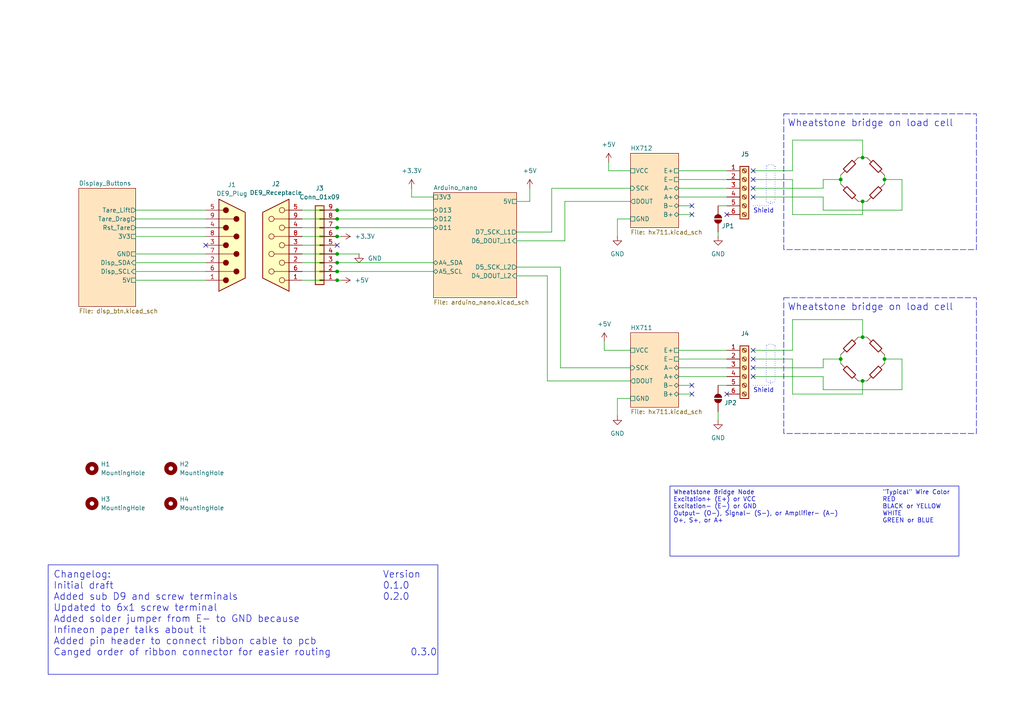
<source format=kicad_sch>
(kicad_sch (version 20231120) (generator "eeschema") (generator_version "8.0")
  (paper "A4")
  (title_block (title "Schematic for wind tunnel measurement system") (rev "0.3.0") (company "Reykjavik University") (comment 1 "Matthias Reiser"))
  (lib_symbols
    (symbol "Connector:DE9_Plug" (pin_names (offset 1.016) hide)
      (property "Reference" "J" (at 0 13.97 0))
      (property "Value" "DE9_Plug" (at 0 -14.605 0))
      (symbol "DE9_Plug_0_1"
        (circle (center -1.778 -10.16) (radius 0.762) (fill (type outline)))
        (circle (center -1.778 -5.08) (radius 0.762) (fill (type outline)))
        (circle (center -1.778 0) (radius 0.762) (fill (type outline)))
        (circle (center -1.778 5.08) (radius 0.762) (fill (type outline)))
        (circle (center -1.778 10.16) (radius 0.762) (fill (type outline)))
        (polyline (pts (xy -3.81 -10.16) (xy -2.54 -10.16)))
        (polyline (pts (xy -3.81 -7.62) (xy 0.508 -7.62)))
        (polyline (pts (xy -3.81 -5.08) (xy -2.54 -5.08)))
        (polyline (pts (xy -3.81 -2.54) (xy 0.508 -2.54)))
        (polyline (pts (xy -3.81 0) (xy -2.54 0)))
        (polyline (pts (xy -3.81 2.54) (xy 0.508 2.54)))
        (polyline (pts (xy -3.81 5.08) (xy -2.54 5.08)))
        (polyline (pts (xy -3.81 7.62) (xy 0.508 7.62)))
        (polyline (pts (xy -3.81 10.16) (xy -2.54 10.16)))
        (polyline (pts (xy -3.81 -13.335) (xy -3.81 13.335) (xy 3.81 9.525) (xy 3.81 -9.525) (xy -3.81 -13.335)) (stroke (width 0.254)) (fill (type background)))
        (circle (center 1.27 -7.62) (radius 0.762) (fill (type outline)))
        (circle (center 1.27 -2.54) (radius 0.762) (fill (type outline)))
        (circle (center 1.27 2.54) (radius 0.762) (fill (type outline)))
        (circle (center 1.27 7.62) (radius 0.762) (fill (type outline)))
      )
      (symbol "DE9_Plug_1_1"
        (pin passive line (at -7.62 -10.16 0) (length 3.81) (name "1") (number "1"))
        (pin passive line (at -7.62 -5.08 0) (length 3.81) (name "2") (number "2"))
        (pin passive line (at -7.62 0 0) (length 3.81) (name "3") (number "3"))
        (pin passive line (at -7.62 5.08 0) (length 3.81) (name "4") (number "4"))
        (pin passive line (at -7.62 10.16 0) (length 3.81) (name "5") (number "5"))
        (pin passive line (at -7.62 -7.62 0) (length 3.81) (name "6") (number "6"))
        (pin passive line (at -7.62 -2.54 0) (length 3.81) (name "7") (number "7"))
        (pin passive line (at -7.62 2.54 0) (length 3.81) (name "8") (number "8"))
        (pin passive line (at -7.62 7.62 0) (length 3.81) (name "9") (number "9"))
      )
    )
    (symbol "Connector:DE9_Receptacle" (pin_names (offset 1.016) hide)
      (property "Reference" "J" (at 0 13.97 0))
      (property "Value" "DE9_Receptacle" (at 0 -14.605 0))
      (symbol "DE9_Receptacle_0_1"
        (circle (center -1.778 -10.16) (radius 0.762))
        (circle (center -1.778 -5.08) (radius 0.762))
        (circle (center -1.778 0) (radius 0.762))
        (circle (center -1.778 5.08) (radius 0.762))
        (circle (center -1.778 10.16) (radius 0.762))
        (polyline (pts (xy -3.81 -10.16) (xy -2.54 -10.16)))
        (polyline (pts (xy -3.81 -7.62) (xy 0.508 -7.62)))
        (polyline (pts (xy -3.81 -5.08) (xy -2.54 -5.08)))
        (polyline (pts (xy -3.81 -2.54) (xy 0.508 -2.54)))
        (polyline (pts (xy -3.81 0) (xy -2.54 0)))
        (polyline (pts (xy -3.81 2.54) (xy 0.508 2.54)))
        (polyline (pts (xy -3.81 5.08) (xy -2.54 5.08)))
        (polyline (pts (xy -3.81 7.62) (xy 0.508 7.62)))
        (polyline (pts (xy -3.81 10.16) (xy -2.54 10.16)))
        (polyline (pts (xy -3.81 13.335) (xy -3.81 -13.335) (xy 3.81 -9.525) (xy 3.81 9.525) (xy -3.81 13.335)) (stroke (width 0.254)) (fill (type background)))
        (circle (center 1.27 -7.62) (radius 0.762))
        (circle (center 1.27 -2.54) (radius 0.762))
        (circle (center 1.27 2.54) (radius 0.762))
        (circle (center 1.27 7.62) (radius 0.762))
      )
      (symbol "DE9_Receptacle_1_1"
        (pin passive line (at -7.62 10.16 0) (length 3.81) (name "1") (number "1"))
        (pin passive line (at -7.62 5.08 0) (length 3.81) (name "2") (number "2"))
        (pin passive line (at -7.62 0 0) (length 3.81) (name "3") (number "3"))
        (pin passive line (at -7.62 -5.08 0) (length 3.81) (name "4") (number "4"))
        (pin passive line (at -7.62 -10.16 0) (length 3.81) (name "5") (number "5"))
        (pin passive line (at -7.62 7.62 0) (length 3.81) (name "6") (number "6"))
        (pin passive line (at -7.62 2.54 0) (length 3.81) (name "7") (number "7"))
        (pin passive line (at -7.62 -2.54 0) (length 3.81) (name "8") (number "8"))
        (pin passive line (at -7.62 -7.62 0) (length 3.81) (name "9") (number "9"))
      )
    )
    (symbol "Connector:Screw_Terminal_01x06" (pin_names (offset 1.016) hide)
      (property "Reference" "J" (at 0 7.62 0))
      (property "Value" "Screw_Terminal_01x06" (at 0 -10.16 0))
      (symbol "Screw_Terminal_01x06_1_1"
        (rectangle (start -1.27 6.35) (end 1.27 -8.89) (stroke (width 0.254)) (fill (type background)))
        (circle (center 0 -7.62) (radius 0.635) (stroke (width 0.1524)))
        (circle (center 0 -5.08) (radius 0.635) (stroke (width 0.1524)))
        (circle (center 0 -2.54) (radius 0.635) (stroke (width 0.1524)))
        (polyline (pts (xy -0.5334 -7.2898) (xy 0.3302 -8.128)) (stroke (width 0.1524)))
        (polyline (pts (xy -0.5334 -4.7498) (xy 0.3302 -5.588)) (stroke (width 0.1524)))
        (polyline (pts (xy -0.5334 -2.2098) (xy 0.3302 -3.048)) (stroke (width 0.1524)))
        (polyline (pts (xy -0.5334 0.3302) (xy 0.3302 -0.508)) (stroke (width 0.1524)))
        (polyline (pts (xy -0.5334 2.8702) (xy 0.3302 2.032)) (stroke (width 0.1524)))
        (polyline (pts (xy -0.5334 5.4102) (xy 0.3302 4.572)) (stroke (width 0.1524)))
        (polyline (pts (xy -0.3556 -7.112) (xy 0.508 -7.9502)) (stroke (width 0.1524)))
        (polyline (pts (xy -0.3556 -4.572) (xy 0.508 -5.4102)) (stroke (width 0.1524)))
        (polyline (pts (xy -0.3556 -2.032) (xy 0.508 -2.8702)) (stroke (width 0.1524)))
        (polyline (pts (xy -0.3556 0.508) (xy 0.508 -0.3302)) (stroke (width 0.1524)))
        (polyline (pts (xy -0.3556 3.048) (xy 0.508 2.2098)) (stroke (width 0.1524)))
        (polyline (pts (xy -0.3556 5.588) (xy 0.508 4.7498)) (stroke (width 0.1524)))
        (circle (center 0 0) (radius 0.635) (stroke (width 0.1524)))
        (circle (center 0 2.54) (radius 0.635) (stroke (width 0.1524)))
        (circle (center 0 5.08) (radius 0.635) (stroke (width 0.1524)))
        (pin passive line (at -5.08 5.08 0) (length 3.81) (name "Pin_1") (number "1"))
        (pin passive line (at -5.08 2.54 0) (length 3.81) (name "Pin_2") (number "2"))
        (pin passive line (at -5.08 0 0) (length 3.81) (name "Pin_3") (number "3"))
        (pin passive line (at -5.08 -2.54 0) (length 3.81) (name "Pin_4") (number "4"))
        (pin passive line (at -5.08 -5.08 0) (length 3.81) (name "Pin_5") (number "5"))
        (pin passive line (at -5.08 -7.62 0) (length 3.81) (name "Pin_6") (number "6"))
      )
    )
    (symbol "Connector_Generic:Conn_01x09" (pin_names (offset 1.016) hide)
      (property "Reference" "J" (at 0 12.7 0))
      (property "Value" "Conn_01x09" (at 0 -12.7 0))
      (symbol "Conn_01x09_1_1"
        (rectangle (start -1.27 -10.033) (end 0 -10.287) (stroke (width 0.1524)))
        (rectangle (start -1.27 -7.493) (end 0 -7.747) (stroke (width 0.1524)))
        (rectangle (start -1.27 -4.953) (end 0 -5.207) (stroke (width 0.1524)))
        (rectangle (start -1.27 -2.413) (end 0 -2.667) (stroke (width 0.1524)))
        (rectangle (start -1.27 0.127) (end 0 -0.127) (stroke (width 0.1524)))
        (rectangle (start -1.27 2.667) (end 0 2.413) (stroke (width 0.1524)))
        (rectangle (start -1.27 5.207) (end 0 4.953) (stroke (width 0.1524)))
        (rectangle (start -1.27 7.747) (end 0 7.493) (stroke (width 0.1524)))
        (rectangle (start -1.27 10.287) (end 0 10.033) (stroke (width 0.1524)))
        (rectangle (start -1.27 11.43) (end 1.27 -11.43) (stroke (width 0.254)) (fill (type background)))
        (pin passive line (at -5.08 10.16 0) (length 3.81) (name "Pin_1") (number "1"))
        (pin passive line (at -5.08 7.62 0) (length 3.81) (name "Pin_2") (number "2"))
        (pin passive line (at -5.08 5.08 0) (length 3.81) (name "Pin_3") (number "3"))
        (pin passive line (at -5.08 2.54 0) (length 3.81) (name "Pin_4") (number "4"))
        (pin passive line (at -5.08 0 0) (length 3.81) (name "Pin_5") (number "5"))
        (pin passive line (at -5.08 -2.54 0) (length 3.81) (name "Pin_6") (number "6"))
        (pin passive line (at -5.08 -5.08 0) (length 3.81) (name "Pin_7") (number "7"))
        (pin passive line (at -5.08 -7.62 0) (length 3.81) (name "Pin_8") (number "8"))
        (pin passive line (at -5.08 -10.16 0) (length 3.81) (name "Pin_9") (number "9"))
      )
    )
    (symbol "Device:R_45deg" (pin_numbers hide) (pin_names (offset 0))
      (property "Reference" "R" (at 5.08 2.54 0))
      (property "Value" "R_45deg" (at 8.255 0.635 0))
      (symbol "R_45deg_0_1"
        (polyline (pts (xy -2.54 2.54) (xy -1.27 1.27)))
        (polyline (pts (xy 1.27 -1.27) (xy 2.54 -2.54)))
      )
      (symbol "R_45deg_1_1"
        (polyline (pts (xy -1.778 0.762) (xy 0.762 -1.778) (xy 1.778 -0.762) (xy -0.762 1.778) (xy -1.778 0.762)) (stroke (width 0.254)))
        (pin passive line (at -2.54 2.54 0) (length 0) (name "~") (number "1"))
        (pin passive line (at 2.54 -2.54 180) (length 0) (name "~") (number "2"))
      )
    )
    (symbol "Jumper:SolderJumper_2_Open" (pin_numbers hide) (pin_names (offset 0) hide) (exclude_from_sim yes) (in_bom no)
      (property "Reference" "JP" (at 0 2.032 0))
      (property "Value" "SolderJumper_2_Open" (at 0 -2.54 0))
      (symbol "SolderJumper_2_Open_0_1"
        (arc (start -0.254 1.016) (mid -1.2656 0) (end -0.254 -1.016))
        (arc (start -0.254 1.016) (mid -1.2656 0) (end -0.254 -1.016) (fill (type outline)))
        (polyline (pts (xy -0.254 1.016) (xy -0.254 -1.016)))
        (polyline (pts (xy 0.254 1.016) (xy 0.254 -1.016)))
        (arc (start 0.254 -1.016) (mid 1.2656 0) (end 0.254 1.016))
        (arc (start 0.254 -1.016) (mid 1.2656 0) (end 0.254 1.016) (fill (type outline)))
      )
      (symbol "SolderJumper_2_Open_1_1"
        (pin passive line (at -3.81 0 0) (length 2.54) (name "A") (number "1"))
        (pin passive line (at 3.81 0 180) (length 2.54) (name "B") (number "2"))
      )
    )
    (symbol "Mechanical:MountingHole" (pin_names (offset 1.016)) (exclude_from_sim yes) (in_bom no)
      (property "Reference" "H" (at 0 5.08 0))
      (property "Value" "MountingHole" (at 0 3.175 0))
      (symbol "MountingHole_0_1"
        (circle (center 0 0) (radius 1.27) (stroke (width 1.27)))
      )
    )
    (symbol "power:+3.3V" (power) (pin_numbers hide) (pin_names (offset 0) hide)
      (property "Value" "+3.3V" (at 0 3.556 0))
      (symbol "+3.3V_0_1"
        (polyline (pts (xy -0.762 1.27) (xy 0 2.54)))
        (polyline (pts (xy 0 0) (xy 0 2.54)))
        (polyline (pts (xy 0 2.54) (xy 0.762 1.27)))
      )
      (symbol "+3.3V_1_1"
        (pin power_in line (at 0 0 90) (length 0) (name "~") (number "1"))
      )
    )
    (symbol "power:+5V" (power) (pin_numbers hide) (pin_names (offset 0) hide)
      (property "Value" "+5V" (at 0 3.556 0))
      (symbol "+5V_0_1"
        (polyline (pts (xy -0.762 1.27) (xy 0 2.54)))
        (polyline (pts (xy 0 0) (xy 0 2.54)))
        (polyline (pts (xy 0 2.54) (xy 0.762 1.27)))
      )
      (symbol "+5V_1_1"
        (pin power_in line (at 0 0 90) (length 0) (name "~") (number "1"))
      )
    )
    (symbol "power:GND" (power) (pin_numbers hide) (pin_names (offset 0) hide)
      (property "Value" "GND" (at 0 -3.81 0))
      (symbol "GND_0_1"
        (polyline (pts (xy 0 0) (xy 0 -1.27) (xy 1.27 -1.27) (xy 0 -2.54) (xy -1.27 -1.27) (xy 0 -1.27)))
      )
      (symbol "GND_1_1"
        (pin power_in line (at 0 0 270) (length 0) (name "~") (number "1"))
      )
    )
  )
  (junction (at 250.19 58.42))
  (junction (at 256.54 104.14))
  (junction (at 97.79 66.04))
  (junction (at 97.79 76.2))
  (junction (at 250.19 97.79))
  (junction (at 250.19 110.49))
  (junction (at 97.79 68.58))
  (junction (at 97.79 78.74))
  (junction (at 250.19 45.72))
  (junction (at 97.79 73.66))
  (junction (at 97.79 63.5))
  (junction (at 97.79 60.96))
  (junction (at 243.84 104.14))
  (junction (at 97.79 81.28))
  (junction (at 256.54 52.07))
  (junction (at 243.84 52.07))
  (no_connect (at 210.82 62.23))
  (no_connect (at 210.82 114.3))
  (no_connect (at 200.66 114.3))
  (no_connect (at 218.44 57.15))
  (no_connect (at 200.66 59.69))
  (no_connect (at 200.66 111.76))
  (no_connect (at 218.44 101.6))
  (no_connect (at 218.44 52.07))
  (no_connect (at 97.79 71.12))
  (no_connect (at 218.44 104.14))
  (no_connect (at 59.69 71.12))
  (no_connect (at 200.66 62.23))
  (no_connect (at 218.44 106.68))
  (no_connect (at 218.44 109.22))
  (no_connect (at 218.44 49.53))
  (no_connect (at 218.44 54.61))
  (wire (pts (xy 250.19 40.64) (xy 250.19 45.72)))
  (wire (pts (xy 158.75 110.49) (xy 158.75 80.01)))
  (wire (pts (xy 229.87 40.64) (xy 250.19 40.64)))
  (wire (pts (xy 176.53 49.53) (xy 182.88 49.53)))
  (wire (pts (xy 182.88 63.5) (xy 179.07 63.5)))
  (wire (pts (xy 256.54 104.14) (xy 256.54 105.41)))
  (wire (pts (xy 153.67 54.61) (xy 153.67 58.42)))
  (wire (pts (xy 243.84 52.07) (xy 243.84 53.34)))
  (wire (pts (xy 229.87 92.71) (xy 250.19 92.71)))
  (wire (pts (xy 196.85 114.3) (xy 200.66 114.3)))
  (wire (pts (xy 248.92 45.72) (xy 250.19 45.72)))
  (wire (pts (xy 229.87 101.6) (xy 229.87 92.71)))
  (wire (pts (xy 261.62 52.07) (xy 256.54 52.07)))
  (wire (pts (xy 250.19 110.49) (xy 251.46 110.49)))
  (wire (pts (xy 97.79 68.58) (xy 99.06 68.58)))
  (wire (pts (xy 238.76 57.15) (xy 238.76 60.96)))
  (wire (pts (xy 196.85 49.53) (xy 210.82 49.53)))
  (wire (pts (xy 229.87 104.14) (xy 229.87 114.3)))
  (wire (pts (xy 160.02 67.31) (xy 149.86 67.31)))
  (wire (pts (xy 163.83 69.85) (xy 163.83 58.42)))
  (wire (pts (xy 97.79 78.74) (xy 125.73 78.74)))
  (wire (pts (xy 39.37 81.28) (xy 59.69 81.28)))
  (wire (pts (xy 39.37 63.5) (xy 59.69 63.5)))
  (wire (pts (xy 179.07 63.5) (xy 179.07 68.58)))
  (wire (pts (xy 158.75 80.01) (xy 149.86 80.01)))
  (wire (pts (xy 243.84 50.8) (xy 243.84 52.07)))
  (wire (pts (xy 229.87 114.3) (xy 250.19 114.3)))
  (wire (pts (xy 196.85 52.07) (xy 210.82 52.07)))
  (polyline (pts (xy 222.25 100.33) (xy 222.25 110.49)) (stroke (width 0) (type dot)))
  (wire (pts (xy 243.84 102.87) (xy 243.84 104.14)))
  (wire (pts (xy 218.44 52.07) (xy 229.87 52.07)))
  (polyline (pts (xy 218.44 59.69) (xy 223.52 59.69)) (stroke (width 0) (type dot)))
  (wire (pts (xy 256.54 50.8) (xy 256.54 52.07)))
  (wire (pts (xy 261.62 104.14) (xy 256.54 104.14)))
  (wire (pts (xy 87.63 81.28) (xy 97.79 81.28)))
  (wire (pts (xy 238.76 113.03) (xy 261.62 113.03)))
  (wire (pts (xy 97.79 73.66) (xy 104.14 73.66)))
  (wire (pts (xy 149.86 77.47) (xy 162.56 77.47)))
  (wire (pts (xy 250.19 114.3) (xy 250.19 110.49)))
  (wire (pts (xy 196.85 104.14) (xy 210.82 104.14)))
  (wire (pts (xy 256.54 102.87) (xy 256.54 104.14)))
  (wire (pts (xy 218.44 104.14) (xy 229.87 104.14)))
  (wire (pts (xy 97.79 63.5) (xy 125.73 63.5)))
  (wire (pts (xy 39.37 68.58) (xy 59.69 68.58)))
  (wire (pts (xy 163.83 58.42) (xy 182.88 58.42)))
  (wire (pts (xy 176.53 46.99) (xy 176.53 49.53)))
  (wire (pts (xy 39.37 78.74) (xy 59.69 78.74)))
  (wire (pts (xy 87.63 71.12) (xy 97.79 71.12)))
  (wire (pts (xy 196.85 62.23) (xy 200.66 62.23)))
  (wire (pts (xy 119.38 54.61) (xy 119.38 57.15)))
  (wire (pts (xy 39.37 73.66) (xy 59.69 73.66)))
  (wire (pts (xy 248.92 110.49) (xy 250.19 110.49)))
  (wire (pts (xy 87.63 63.5) (xy 97.79 63.5)))
  (wire (pts (xy 87.63 66.04) (xy 97.79 66.04)))
  (wire (pts (xy 218.44 106.68) (xy 238.76 106.68)))
  (wire (pts (xy 243.84 104.14) (xy 243.84 105.41)))
  (wire (pts (xy 87.63 73.66) (xy 97.79 73.66)))
  (wire (pts (xy 208.28 119.38) (xy 208.28 121.92)))
  (wire (pts (xy 175.26 101.6) (xy 182.88 101.6)))
  (wire (pts (xy 250.19 97.79) (xy 251.46 97.79)))
  (wire (pts (xy 158.75 110.49) (xy 182.88 110.49)))
  (wire (pts (xy 238.76 109.22) (xy 238.76 113.03)))
  (wire (pts (xy 119.38 57.15) (xy 125.73 57.15)))
  (wire (pts (xy 238.76 106.68) (xy 238.76 104.14)))
  (polyline (pts (xy 218.44 111.76) (xy 223.52 111.76)) (stroke (width 0) (type dot)))
  (polyline (pts (xy 223.52 110.49) (xy 223.52 111.76)) (stroke (width 0) (type dot)))
  (polyline (pts (xy 222.25 48.26) (xy 222.25 58.42)) (stroke (width 0) (type dot)))
  (wire (pts (xy 97.79 76.2) (xy 125.73 76.2)))
  (wire (pts (xy 229.87 49.53) (xy 229.87 40.64)))
  (wire (pts (xy 182.88 115.57) (xy 179.07 115.57)))
  (wire (pts (xy 196.85 57.15) (xy 210.82 57.15)))
  (wire (pts (xy 39.37 60.96) (xy 59.69 60.96)))
  (wire (pts (xy 238.76 104.14) (xy 243.84 104.14)))
  (wire (pts (xy 153.67 58.42) (xy 149.86 58.42)))
  (wire (pts (xy 196.85 54.61) (xy 210.82 54.61)))
  (polyline (pts (xy 224.79 48.26) (xy 224.79 58.42)) (stroke (width 0) (type dot)))
  (wire (pts (xy 87.63 68.58) (xy 97.79 68.58)))
  (wire (pts (xy 196.85 111.76) (xy 200.66 111.76)))
  (wire (pts (xy 229.87 62.23) (xy 250.19 62.23)))
  (wire (pts (xy 218.44 101.6) (xy 229.87 101.6)))
  (wire (pts (xy 238.76 54.61) (xy 238.76 52.07)))
  (wire (pts (xy 250.19 58.42) (xy 251.46 58.42)))
  (wire (pts (xy 196.85 106.68) (xy 210.82 106.68)))
  (wire (pts (xy 99.06 81.28) (xy 97.79 81.28)))
  (wire (pts (xy 175.26 99.06) (xy 175.26 101.6)))
  (wire (pts (xy 160.02 54.61) (xy 160.02 67.31)))
  (wire (pts (xy 87.63 78.74) (xy 97.79 78.74)))
  (wire (pts (xy 261.62 104.14) (xy 261.62 113.03)))
  (wire (pts (xy 238.76 60.96) (xy 261.62 60.96)))
  (wire (pts (xy 179.07 115.57) (xy 179.07 120.65)))
  (wire (pts (xy 261.62 52.07) (xy 261.62 60.96)))
  (wire (pts (xy 208.28 111.76) (xy 210.82 111.76)))
  (wire (pts (xy 160.02 54.61) (xy 182.88 54.61)))
  (wire (pts (xy 218.44 109.22) (xy 238.76 109.22)))
  (wire (pts (xy 162.56 106.68) (xy 182.88 106.68)))
  (wire (pts (xy 218.44 49.53) (xy 229.87 49.53)))
  (wire (pts (xy 218.44 57.15) (xy 238.76 57.15)))
  (wire (pts (xy 97.79 66.04) (xy 125.73 66.04)))
  (wire (pts (xy 238.76 52.07) (xy 243.84 52.07)))
  (wire (pts (xy 248.92 58.42) (xy 250.19 58.42)))
  (wire (pts (xy 87.63 76.2) (xy 97.79 76.2)))
  (wire (pts (xy 196.85 101.6) (xy 210.82 101.6)))
  (wire (pts (xy 196.85 109.22) (xy 210.82 109.22)))
  (wire (pts (xy 39.37 66.04) (xy 59.69 66.04)))
  (wire (pts (xy 256.54 52.07) (xy 256.54 53.34)))
  (wire (pts (xy 87.63 60.96) (xy 97.79 60.96)))
  (wire (pts (xy 250.19 62.23) (xy 250.19 58.42)))
  (wire (pts (xy 97.79 60.96) (xy 125.73 60.96)))
  (wire (pts (xy 208.28 67.31) (xy 208.28 68.58)))
  (wire (pts (xy 250.19 45.72) (xy 251.46 45.72)))
  (wire (pts (xy 162.56 77.47) (xy 162.56 106.68)))
  (wire (pts (xy 218.44 54.61) (xy 238.76 54.61)))
  (wire (pts (xy 250.19 92.71) (xy 250.19 97.79)))
  (wire (pts (xy 39.37 76.2) (xy 59.69 76.2)))
  (wire (pts (xy 248.92 97.79) (xy 250.19 97.79)))
  (wire (pts (xy 229.87 52.07) (xy 229.87 62.23)))
  (wire (pts (xy 196.85 59.69) (xy 200.66 59.69)))
  (polyline (pts (xy 224.79 100.33) (xy 224.79 110.49)) (stroke (width 0) (type dot)))
  (wire (pts (xy 208.28 59.69) (xy 210.82 59.69)))
  (wire (pts (xy 149.86 69.85) (xy 163.83 69.85)))
  (polyline (pts (xy 223.52 58.42) (xy 223.52 59.69)) (stroke (width 0) (type dot)))
  (arc (start 222.25 48.26) (mid 223.52 47.7339) (end 224.79 48.26) (stroke (width 0) (type dot)))
  (rectangle (start 227.33 86.36) (end 283.21 125.73) (stroke (width 0) (type dash)))
  (arc (start 224.79 110.49) (mid 223.52 111.0161) (end 222.25 110.49) (stroke (width 0) (type dot)))
  (arc (start 222.25 100.33) (mid 223.52 99.8039) (end 224.79 100.33) (stroke (width 0) (type dot)))
  (arc (start 224.79 58.42) (mid 223.52 58.9461) (end 222.25 58.42) (stroke (width 0) (type dot)))
  (rectangle (start 227.33 33.02) (end 283.21 72.39) (stroke (width 0) (type dash)))
  (text_box "Wheatstone Bridge Node							\"Typical\" Wire Color\nExcitation+ (E+) or VCC							RED\nExcitation- (E-) or GND							BLACK or YELLOW\nOutput- (O-), Signal- (S-), or Amplifier- (A-)	WHITE\nO+, S+, or A+									GREEN or BLUE " (at 194.31 140.97 0) (size 83.82 20.32) (effects (font (size 1.27 1.27)) (justify left top)))
  (text_box "Changelog:										Version\nInitial draft									0.1.0\nAdded sub D9 and screw terminals				0.2.0\nUpdated to 6x1 screw terminal\nAdded solder jumper from E- to GND because \nInfineon paper talks about it\nAdded pin header to connect ribbon cable to pcb \nCanged order of ribbon connector for easier routing	0.3.0" (at 13.97 163.83 0) (size 113.03 31.75) (effects (font (size 2 2)) (justify left top)))
  (text "Shield" (at 221.488 113.284 0) (effects (font (size 1.27 1.27))))
  (text "Wheatstone bridge on load cell" (at 252.476 89.154 0) (effects (font (size 2 2))))
  (text "Shield" (at 221.488 61.214 0) (effects (font (size 1.27 1.27))))
  (text "Wheatstone bridge on load cell" (at 252.476 35.814 0) (effects (font (size 2 2))))
  (symbol (lib_id "Connector:Screw_Terminal_01x06") (at 215.9 54.61 0) (unit 1)
    (property "Reference" "J5" (at 214.884 44.704 0) (effects (justify left)))
    (property "Value" "Screw_Terminal_01x06" (effects (hide yes)))
    (property "Footprint" "TerminalBlock_Phoenix:TerminalBlock_Phoenix_MKDS-1,5-6_1x06_P5.00mm_Horizontal" (effects (hide yes)))
    (property "Description" "Generic screw terminal, single row, 01x06, script generated (kicad-library-utils/schlib/autogen/connector/)" (effects (hide yes)))
  )
  (symbol (lib_id "Device:R_45deg") (at 246.38 107.95 0) (unit 1) (in_bom no) (on_board no)
    (property "Reference" "R3" (effects (hide yes)))
    (property "Value" "R_45deg" (effects (hide yes)))
    (property "Description" "Resistor, rotated by 45°" (effects (hide yes)))
  )
  (symbol (lib_id "Device:R_45deg") (at 254 100.33 0) (unit 1) (in_bom no) (on_board no)
    (property "Reference" "R2" (effects (hide yes)))
    (property "Value" "R_45deg" (effects (hide yes)))
    (property "Description" "Resistor, rotated by 45°" (effects (hide yes)))
  )
  (symbol (lib_id "Jumper:SolderJumper_2_Open") (at 208.28 115.57 90) (unit 1) (exclude_from_sim yes) (in_bom no)
    (property "Reference" "JP2" (at 210.058 116.84 90) (effects (justify right)))
    (property "Value" "SolderJumper_2_Open" (effects (hide yes)))
    (property "Footprint" "Jumper:SolderJumper-2_P1.3mm_Open_TrianglePad1.0x1.5mm" (effects (hide yes)))
    (property "Description" "Solder Jumper, 2-pole, open" (effects (hide yes)))
  )
  (symbol (lib_id "power:+5V") (at 153.67 54.61 0) (unit 1)
    (property "Reference" "#PWR04" (effects (hide yes)))
    (property "Value" "+5V" (at 153.67 49.53 0))
    (property "Description" "Power symbol creates a global label with name \"+5V\"" (effects (hide yes)))
  )
  (symbol (lib_id "Device:R_45deg") (at 254 48.26 0) (unit 1) (in_bom no) (on_board no)
    (property "Reference" "R7" (effects (hide yes)))
    (property "Value" "R_45deg" (effects (hide yes)))
    (property "Description" "Resistor, rotated by 45°" (effects (hide yes)))
  )
  (symbol (lib_id "power:+5V") (at 176.53 46.99 0) (unit 1)
    (property "Reference" "#PWR06" (effects (hide yes)))
    (property "Value" "+5V" (at 176.53 41.91 0))
    (property "Description" "Power symbol creates a global label with name \"+5V\"" (effects (hide yes)))
  )
  (symbol (lib_id "power:GND") (at 208.28 121.92 0) (unit 1)
    (property "Reference" "#PWR012" (effects (hide yes)))
    (property "Value" "GND" (at 208.28 127 0))
    (property "Description" "Power symbol creates a global label with name \"GND\" , ground" (effects (hide yes)))
  )
  (symbol (lib_id "Mechanical:MountingHole") (at 49.53 135.89 0) (unit 1) (exclude_from_sim yes) (in_bom no)
    (property "Reference" "H2" (at 52.07 134.6199 0) (effects (justify left)))
    (property "Value" "MountingHole" (at 52.07 137.1599 0) (effects (justify left)))
    (property "Footprint" "MountingHole:MountingHole_4.3mm_M4" (effects (hide yes)))
    (property "Description" "Mounting Hole without connection" (effects (hide yes)))
  )
  (symbol (lib_id "power:GND") (at 208.28 68.58 0) (unit 1)
    (property "Reference" "#PWR011" (effects (hide yes)))
    (property "Value" "GND" (at 208.28 73.66 0))
    (property "Description" "Power symbol creates a global label with name \"GND\" , ground" (effects (hide yes)))
  )
  (symbol (lib_id "power:+5V") (at 99.06 81.28 270) (unit 1)
    (property "Reference" "#PWR09" (effects (hide yes)))
    (property "Value" "+5V" (at 102.87 81.2799 90) (effects (justify left)))
    (property "Description" "Power symbol creates a global label with name \"+5V\"" (effects (hide yes)))
  )
  (symbol (lib_id "Device:R_45deg") (at 254 55.88 270) (unit 1) (in_bom no) (on_board no)
    (property "Reference" "R8" (effects (hide yes)))
    (property "Value" "R_45deg" (effects (hide yes)))
    (property "Description" "Resistor, rotated by 45°" (effects (hide yes)))
  )
  (symbol (lib_id "Device:R_45deg") (at 246.38 48.26 270) (unit 1) (in_bom no) (on_board no)
    (property "Reference" "R5" (effects (hide yes)))
    (property "Value" "R_45deg" (effects (hide yes)))
    (property "Description" "Resistor, rotated by 45°" (effects (hide yes)))
  )
  (symbol (lib_id "Connector:DE9_Plug") (at 67.31 71.12 0) (unit 1) (on_board no)
    (property "Reference" "J1" (at 66.04 53.594 0) (effects (justify left)))
    (property "Value" "DE9_Plug" (at 62.738 56.134 0) (effects (justify left)))
    (property "Description" "9-pin male plug pin D-SUB connector" (effects (hide yes)))
  )
  (symbol (lib_id "Device:R_45deg") (at 246.38 100.33 270) (unit 1) (in_bom no) (on_board no)
    (property "Reference" "R1" (effects (hide yes)))
    (property "Value" "R_45deg" (effects (hide yes)))
    (property "Description" "Resistor, rotated by 45°" (effects (hide yes)))
  )
  (symbol (lib_id "Device:R_45deg") (at 246.38 55.88 0) (unit 1) (in_bom no) (on_board no)
    (property "Reference" "R6" (effects (hide yes)))
    (property "Value" "R_45deg" (effects (hide yes)))
    (property "Description" "Resistor, rotated by 45°" (effects (hide yes)))
  )
  (symbol (lib_id "Mechanical:MountingHole") (at 26.67 135.89 0) (unit 1) (exclude_from_sim yes) (in_bom no)
    (property "Reference" "H1" (at 29.21 134.6199 0) (effects (justify left)))
    (property "Value" "MountingHole" (at 29.21 137.1599 0) (effects (justify left)))
    (property "Footprint" "MountingHole:MountingHole_4.3mm_M4" (effects (hide yes)))
    (property "Description" "Mounting Hole without connection" (effects (hide yes)))
  )
  (symbol (lib_id "Connector:Screw_Terminal_01x06") (at 215.9 106.68 0) (unit 1)
    (property "Reference" "J4" (at 214.884 96.774 0) (effects (justify left)))
    (property "Value" "Screw_Terminal_01x06" (effects (hide yes)))
    (property "Footprint" "TerminalBlock_Phoenix:TerminalBlock_Phoenix_MKDS-1,5-6_1x06_P5.00mm_Horizontal" (effects (hide yes)))
    (property "Description" "Generic screw terminal, single row, 01x06, script generated (kicad-library-utils/schlib/autogen/connector/)" (effects (hide yes)))
  )
  (symbol (lib_id "Device:R_45deg") (at 254 107.95 270) (unit 1) (in_bom no) (on_board no)
    (property "Reference" "R4" (effects (hide yes)))
    (property "Value" "R_45deg" (effects (hide yes)))
    (property "Description" "Resistor, rotated by 45°" (effects (hide yes)))
  )
  (symbol (lib_id "power:+3.3V") (at 119.38 54.61 0) (unit 1)
    (property "Reference" "#PWR08" (effects (hide yes)))
    (property "Value" "+3.3V" (at 119.38 49.53 0))
    (property "Description" "Power symbol creates a global label with name \"+3.3V\"" (effects (hide yes)))
  )
  (symbol (lib_id "power:GND") (at 104.14 73.66 0) (unit 1)
    (property "Reference" "#PWR010" (effects (hide yes)))
    (property "Value" "GND" (at 106.68 74.9299 0) (effects (justify left)))
    (property "Description" "Power symbol creates a global label with name \"GND\" , ground" (effects (hide yes)))
  )
  (symbol (lib_id "Connector_Generic:Conn_01x09") (at 92.71 71.12 180) (unit 1)
    (property "Reference" "J3" (at 92.71 54.61 0))
    (property "Value" "Conn_01x09" (at 92.71 57.15 0))
    (property "Footprint" "Connector_PinHeader_2.54mm:PinHeader_1x09_P2.54mm_Horizontal" (effects (hide yes)))
    (property "Description" "Generic connector, single row, 01x09, script generated (kicad-library-utils/schlib/autogen/connector/)" (effects (hide yes)))
  )
  (symbol (lib_id "Mechanical:MountingHole") (at 49.53 146.05 0) (unit 1) (exclude_from_sim yes) (in_bom no)
    (property "Reference" "H4" (at 52.07 144.7799 0) (effects (justify left)))
    (property "Value" "MountingHole" (at 52.07 147.3199 0) (effects (justify left)))
    (property "Footprint" "MountingHole:MountingHole_4.3mm_M4" (effects (hide yes)))
    (property "Description" "Mounting Hole without connection" (effects (hide yes)))
  )
  (symbol (lib_id "power:+5V") (at 175.26 99.06 0) (unit 1)
    (property "Reference" "#PWR05" (effects (hide yes)))
    (property "Value" "+5V" (at 175.26 93.98 0))
    (property "Description" "Power symbol creates a global label with name \"+5V\"" (effects (hide yes)))
  )
  (symbol (lib_id "power:GND") (at 179.07 120.65 0) (unit 1)
    (property "Reference" "#PWR03" (effects (hide yes)))
    (property "Value" "GND" (at 179.07 125.73 0))
    (property "Description" "Power symbol creates a global label with name \"GND\" , ground" (effects (hide yes)))
  )
  (symbol (lib_id "power:GND") (at 179.07 68.58 0) (unit 1)
    (property "Reference" "#PWR02" (effects (hide yes)))
    (property "Value" "GND" (at 179.07 73.66 0))
    (property "Description" "Power symbol creates a global label with name \"GND\" , ground" (effects (hide yes)))
  )
  (symbol (lib_id "power:+3.3V") (at 99.06 68.58 270) (unit 1)
    (property "Reference" "#PWR07" (effects (hide yes)))
    (property "Value" "+3.3V" (at 102.87 68.5799 90) (effects (justify left)))
    (property "Description" "Power symbol creates a global label with name \"+3.3V\"" (effects (hide yes)))
  )
  (symbol (lib_id "Mechanical:MountingHole") (at 26.67 146.05 0) (unit 1) (exclude_from_sim yes) (in_bom no)
    (property "Reference" "H3" (at 29.21 144.7799 0) (effects (justify left)))
    (property "Value" "MountingHole" (at 29.21 147.3199 0) (effects (justify left)))
    (property "Footprint" "MountingHole:MountingHole_4.3mm_M4" (effects (hide yes)))
    (property "Description" "Mounting Hole without connection" (effects (hide yes)))
  )
  (symbol (lib_id "Connector:DE9_Receptacle") (at 80.01 71.12 180) (unit 1) (on_board no)
    (property "Reference" "J2" (at 80.01 53.34 0))
    (property "Value" "DE9_Receptacle" (at 80.01 55.88 0))
    (property "Description" "9-pin female receptacle socket D-SUB connector" (effects (hide yes)))
  )
  (symbol (lib_id "Jumper:SolderJumper_2_Open") (at 208.28 63.5 90) (unit 1) (exclude_from_sim yes) (in_bom no)
    (property "Reference" "JP1" (at 209.296 65.532 90) (effects (justify right)))
    (property "Value" "SolderJumper_2_Open" (effects (hide yes)))
    (property "Footprint" "Jumper:SolderJumper-2_P1.3mm_Open_TrianglePad1.0x1.5mm" (effects (hide yes)))
    (property "Description" "Solder Jumper, 2-pole, open" (effects (hide yes)))
  )
  (sheet (at 22.86 54.61) (size 16.51 34.29) (stroke (width 0.1524)) (fill (color 255 229 191 1.0000))
    (property "Sheetname" "Display_Buttons" (at 22.86 53.8984 0) (effects (justify left bottom)))
    (property "Sheetfile" "disp_btn.kicad_sch" (at 22.86 89.4846 0) (effects (justify left top)))
    (pin "GND" passive (at 39.37 73.66 0))
    (pin "Rst_Tare" output (at 39.37 66.04 0))
    (pin "3V3" passive (at 39.37 68.58 0))
    (pin "Tare_Drag" output (at 39.37 63.5 0))
    (pin "Tare_Lift" output (at 39.37 60.96 0))
    (pin "5V" passive (at 39.37 81.28 0))
    (pin "Disp_SCL" input (at 39.37 78.74 0))
    (pin "Disp_SDA" input (at 39.37 76.2 0))
  )
  (sheet (at 182.88 96.52) (size 13.97 21.59) (stroke (width 0.1524)) (fill (color 255 229 191 1.0000))
    (property "Sheetname" "HX711" (at 182.88 95.8084 0) (effects (justify left bottom)))
    (property "Sheetfile" "hx711.kicad_sch" (at 182.88 118.6946 0) (effects (justify left top)))
    (pin "GND" passive (at 182.88 115.57 180))
    (pin "VCC" passive (at 182.88 101.6 180))
    (pin "SCK" input (at 182.88 106.68 180))
    (pin "DOUT" output (at 182.88 110.49 180))
    (pin "E+" passive (at 196.85 101.6 0))
    (pin "E-" passive (at 196.85 104.14 0))
    (pin "A+" bidirectional (at 196.85 109.22 0))
    (pin "B+" bidirectional (at 196.85 114.3 0))
    (pin "B-" bidirectional (at 196.85 111.76 0))
    (pin "A-" bidirectional (at 196.85 106.68 0))
  )
  (sheet (at 182.88 44.45) (size 13.97 21.59) (stroke (width 0.1524)) (fill (color 255 229 191 1.0000))
    (property "Sheetname" "HX712" (at 182.88 43.7384 0) (effects (justify left bottom)))
    (property "Sheetfile" "hx711.kicad_sch" (at 182.88 66.6246 0) (effects (justify left top)))
    (pin "GND" passive (at 182.88 63.5 180))
    (pin "VCC" passive (at 182.88 49.53 180))
    (pin "SCK" input (at 182.88 54.61 180))
    (pin "DOUT" output (at 182.88 58.42 180))
    (pin "E+" passive (at 196.85 49.53 0))
    (pin "E-" passive (at 196.85 52.07 0))
    (pin "A+" bidirectional (at 196.85 57.15 0))
    (pin "B+" bidirectional (at 196.85 62.23 0))
    (pin "B-" bidirectional (at 196.85 59.69 0))
    (pin "A-" bidirectional (at 196.85 54.61 0))
  )
  (sheet (at 125.73 55.88) (size 24.13 30.48) (stroke (width 0.1524)) (fill (color 255 229 191 1.0000))
    (property "Sheetname" "Arduino_nano" (at 125.73 55.1684 0) (effects (justify left bottom)))
    (property "Sheetfile" "arduino_nano.kicad_sch" (at 125.73 86.9446 0) (effects (justify left top)))
    (pin "A4_SDA" bidirectional (at 125.73 76.2 180))
    (pin "A5_SCL" bidirectional (at 125.73 78.74 180))
    (pin "5V" passive (at 149.86 58.42 0))
    (pin "3V3" passive (at 125.73 57.15 180))
    (pin "D13" bidirectional (at 125.73 60.96 180))
    (pin "D12" bidirectional (at 125.73 63.5 180))
    (pin "D11" bidirectional (at 125.73 66.04 180))
    (pin "D7_SCK_L1" output (at 149.86 67.31 0))
    (pin "D6_DOUT_L1" input (at 149.86 69.85 0))
    (pin "D4_DOUT_L2" input (at 149.86 80.01 0))
    (pin "D5_SCK_L2" output (at 149.86 77.47 0))
  )
)
</source>
